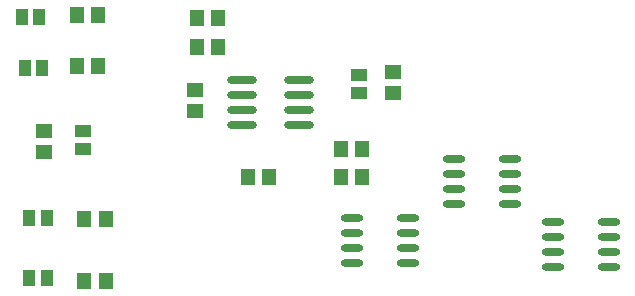
<source format=gbp>
%FSDAX24Y24*%
%MOIN*%
%SFA1B1*%

%IPPOS*%
%ADD10R,0.047200X0.055100*%
%ADD11R,0.055100X0.047200*%
%ADD15R,0.043300X0.055100*%
%ADD31R,0.055100X0.043300*%
%ADD32O,0.098400X0.027600*%
%ADD33O,0.074800X0.023600*%
%LNpcb_csn_v3_1-1*%
%LPD*%
G54D10*
X014154Y008150D03*
X013446D03*
X017254Y009100D03*
X016546D03*
X017254Y008150D03*
X016546D03*
X011746Y012500D03*
X012454D03*
X007746Y011850D03*
X008454D03*
X007746Y013550D03*
X008454D03*
X012454Y013450D03*
X011746D03*
X007996Y006750D03*
X008704D03*
X007996Y004700D03*
X008704D03*
G54D11*
X011700Y010346D03*
Y011054D03*
X006650Y008996D03*
Y009704D03*
X018300Y010946D03*
Y011654D03*
G54D15*
X006745Y004800D03*
X006155D03*
X006595Y011800D03*
X006005D03*
X006495Y013500D03*
X005905D03*
X006745Y006800D03*
X006155D03*
G54D31*
X007950Y009695D03*
Y009105D03*
X017150Y011545D03*
Y010955D03*
G54D32*
X013235Y009900D03*
Y010400D03*
Y010900D03*
Y011400D03*
X015165Y009900D03*
Y010400D03*
Y010900D03*
Y011400D03*
G54D33*
X018775Y006800D03*
Y006300D03*
Y005800D03*
Y005300D03*
X016925Y006800D03*
Y006300D03*
Y005800D03*
Y005300D03*
X022175Y008750D03*
Y008250D03*
Y007750D03*
Y007250D03*
X020325Y008750D03*
Y008250D03*
Y007750D03*
Y007250D03*
X023625Y005150D03*
Y005650D03*
Y006150D03*
Y006650D03*
X025475Y005150D03*
Y005650D03*
Y006150D03*
Y006650D03*
M02*
</source>
